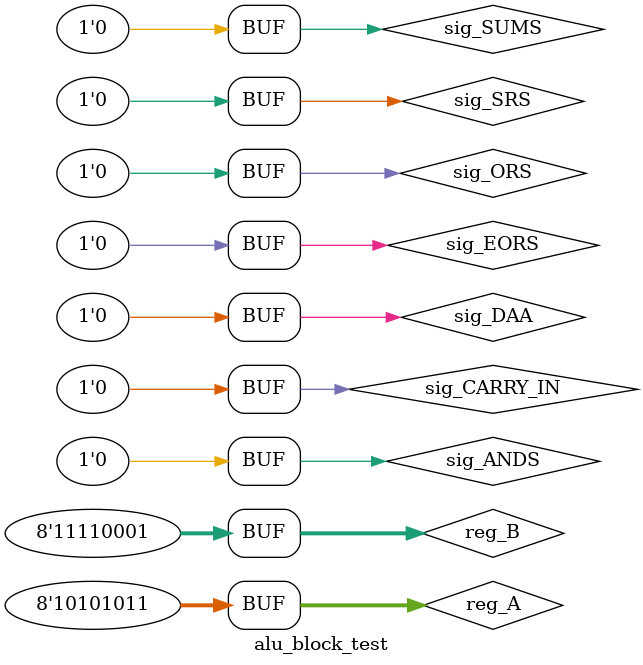
<source format=v>
`timescale 1ns / 1ps


module alu_block_test;

	// Inputs
	reg sig_DAA;
	reg sig_CARRY_IN;
	reg sig_SUMS;
	reg sig_ANDS;
	reg sig_EORS;
	reg sig_ORS;
	reg sig_SRS;
	reg [7:0] reg_A;
	reg [7:0] reg_B;

	// Outputs
	wire sig_AVR;
	wire sig_ACR;
	wire sig_HC;
	wire [7:0] ALU_OUT;

	// Instantiate the Unit Under Test (UUT)
	ALU_block uut (
		.sig_DAA(sig_DAA), 
		.sig_CARRY_IN(sig_CARRY_IN), 
		.sig_SUMS(sig_SUMS), 
		.sig_ANDS(sig_ANDS), 
		.sig_EORS(sig_EORS), 
		.sig_ORS(sig_ORS), 
		.sig_SRS(sig_SRS), 
		.reg_A(reg_A), 
		.reg_B(reg_B), 
		.sig_AVR(sig_AVR), 
		.sig_ACR(sig_ACR), 
		.sig_HC(sig_HC), 
		.ALU_OUT(ALU_OUT)
	);

	initial begin
		// Initialize Inputs
		sig_DAA = 0;
		sig_CARRY_IN = 0;
		sig_SUMS = 0;
		sig_ANDS = 0;
		sig_EORS = 0;
		sig_ORS = 0;
		sig_SRS = 0;
		reg_A = 0;
		reg_B = 0;

		// Wait 100 ns for global reset to finish
		#100;
        
		// Add stimulus here
		$monitor($time, "-> A: %b, B: %b, Output of operation: OUT = %b, Overflow = %b, Carry out = %b", reg_A, reg_B,  ALU_OUT, sig_AVR, sig_ACR);
		
		$display("Registers initialization");
		reg_A = 8'hF0;
		reg_B = 8'h00;
		#1;
		
		$display("\nAdding values of registers...");
		sig_SUMS = 1;
		#1;
		$display("Deactivating addition");
		sig_SUMS = 0;
		#1;
		
		$display("\nANDing values of registers...");
		sig_ANDS = 1;
		#1;
		$display("Deactivating AND signal");
		sig_ANDS = 0;
		#1;
		
		$display("\nXORing values of registers...");
		sig_EORS = 1;
		#1;
		$display("Deactivating XOR signal");
		sig_EORS = 0;
		#1;
		
		$display("\nORing values of registers...");
		sig_ORS = 1;
		#1;
		$display("Deactivating OR signal");
		sig_ORS = 0;
		#1;
		
		$display("\nShifting right value of A register...");
		sig_SRS = 1;
		#1;
		$display("Deactivating SR signal");
		sig_SRS = 0;
		#1;
		
		$display("\n\nReinitializing registers with different values");
		reg_A = 8'hAB;
		reg_B = 8'hF1;
		#1;
		
		$display("\nReruning tests....\n\n");
		
		$display("\nAdding values of registers...");
		sig_SUMS = 1;
		#1;
		$display("Deactivating addition");
		sig_SUMS = 0;
		#1;
		
		$display("\nANDing values of registers...");
		sig_ANDS = 1;
		#1;
		$display("Deactivating AND signal");
		sig_ANDS = 0;
		#1;
		
		$display("\nXORing values of registers...");
		sig_EORS = 1;
		#1;
		$display("Deactivating XOR signal");
		sig_EORS = 0;
		#1;
		
		$display("\nORing values of registers...");
		sig_ORS = 1;
		#1;
		$display("Deactivating OR signal");
		sig_ORS = 0;
		#1;
		
		$display("\nShifting right value of A register...");
		sig_SRS = 1;
		#1;
		$display("Deactivating SR signal");
		sig_SRS = 0;
		#1;
	end
      
endmodule


</source>
